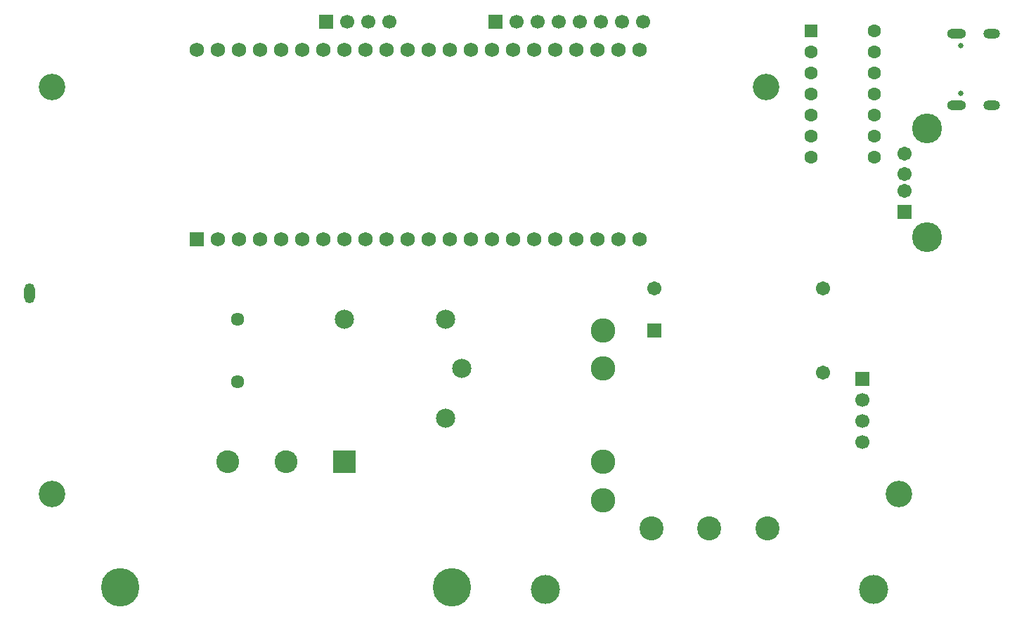
<source format=gbr>
%TF.GenerationSoftware,KiCad,Pcbnew,9.0.1*%
%TF.CreationDate,2025-10-25T19:21:56-04:00*%
%TF.ProjectId,Portal Box 5.1,506f7274-616c-4204-926f-7820352e312e,rev?*%
%TF.SameCoordinates,PX54c81a0PY7eef1e0*%
%TF.FileFunction,Soldermask,Bot*%
%TF.FilePolarity,Negative*%
%FSLAX46Y46*%
G04 Gerber Fmt 4.6, Leading zero omitted, Abs format (unit mm)*
G04 Created by KiCad (PCBNEW 9.0.1) date 2025-10-25 19:21:56*
%MOMM*%
%LPD*%
G01*
G04 APERTURE LIST*
G04 Aperture macros list*
%AMRoundRect*
0 Rectangle with rounded corners*
0 $1 Rounding radius*
0 $2 $3 $4 $5 $6 $7 $8 $9 X,Y pos of 4 corners*
0 Add a 4 corners polygon primitive as box body*
4,1,4,$2,$3,$4,$5,$6,$7,$8,$9,$2,$3,0*
0 Add four circle primitives for the rounded corners*
1,1,$1+$1,$2,$3*
1,1,$1+$1,$4,$5*
1,1,$1+$1,$6,$7*
1,1,$1+$1,$8,$9*
0 Add four rect primitives between the rounded corners*
20,1,$1+$1,$2,$3,$4,$5,0*
20,1,$1+$1,$4,$5,$6,$7,0*
20,1,$1+$1,$6,$7,$8,$9,0*
20,1,$1+$1,$8,$9,$2,$3,0*%
G04 Aperture macros list end*
%ADD10R,1.700000X1.700000*%
%ADD11C,1.700000*%
%ADD12RoundRect,0.102000X-1.275000X1.275000X-1.275000X-1.275000X1.275000X-1.275000X1.275000X1.275000X0*%
%ADD13C,2.754000*%
%ADD14C,4.620000*%
%ADD15C,2.949000*%
%ADD16RoundRect,0.102000X0.765000X-0.765000X0.765000X0.765000X-0.765000X0.765000X-0.765000X-0.765000X0*%
%ADD17C,1.734000*%
%ADD18C,3.500000*%
%ADD19C,2.904000*%
%ADD20C,3.200000*%
%ADD21C,1.612000*%
%ADD22C,0.650000*%
%ADD23O,2.304000X1.204000*%
%ADD24O,2.004000X1.204000*%
%ADD25RoundRect,0.102000X0.754000X-0.754000X0.754000X0.754000X-0.754000X0.754000X-0.754000X-0.754000X0*%
%ADD26C,1.712000*%
%ADD27C,3.600000*%
%ADD28C,2.304000*%
%ADD29RoundRect,0.102000X-0.754000X-0.754000X0.754000X-0.754000X0.754000X0.754000X-0.754000X0.754000X0*%
%ADD30RoundRect,0.250000X-0.550000X-0.550000X0.550000X-0.550000X0.550000X0.550000X-0.550000X0.550000X0*%
%ADD31C,1.600000*%
%ADD32O,1.304000X2.404000*%
G04 APERTURE END LIST*
D10*
%TO.C,J5*%
X57410000Y74475000D03*
D11*
X59950000Y74475000D03*
X62490000Y74475000D03*
X65030000Y74475000D03*
X67570000Y74475000D03*
X70110000Y74475000D03*
X72650000Y74475000D03*
X75190000Y74475000D03*
%TD*%
D12*
%TO.C,A2*%
X39150000Y21350000D03*
D13*
X25150000Y21350000D03*
X32150000Y21350000D03*
D14*
X52150000Y6250000D03*
X12150000Y6250000D03*
%TD*%
D15*
%TO.C,F1*%
X70300000Y16725000D03*
X70300000Y21350000D03*
X70300000Y32600000D03*
X70300000Y37225000D03*
%TD*%
D16*
%TO.C,U5*%
X21350000Y48190000D03*
D17*
X23890000Y48190000D03*
X26430000Y48190000D03*
X28970000Y48190000D03*
X31510000Y48190000D03*
X34050000Y48190000D03*
X36590000Y48190000D03*
X39130000Y48190000D03*
X41670000Y48190000D03*
X44210000Y48190000D03*
X46750000Y48190000D03*
X49290000Y48190000D03*
X51830000Y48190000D03*
X54370000Y48190000D03*
X56910000Y48190000D03*
X59450000Y48190000D03*
X61990000Y48190000D03*
X64530000Y48190000D03*
X67070000Y48190000D03*
X69610000Y48190000D03*
X72150000Y48190000D03*
X74690000Y48190000D03*
X21350000Y71050000D03*
X23890000Y71050000D03*
X26430000Y71050000D03*
X28970000Y71050000D03*
X31510000Y71050000D03*
X34050000Y71050000D03*
X36590000Y71050000D03*
X39130000Y71050000D03*
X41670000Y71050000D03*
X44210000Y71050000D03*
X46750000Y71050000D03*
X49290000Y71050000D03*
X51830000Y71050000D03*
X54370000Y71050000D03*
X56910000Y71050000D03*
X59450000Y71050000D03*
X61990000Y71050000D03*
X64530000Y71050000D03*
X67070000Y71050000D03*
X69610000Y71050000D03*
X72150000Y71050000D03*
X74690000Y71050000D03*
%TD*%
D18*
%TO.C,A1*%
X102900000Y6000000D03*
X63400000Y6000000D03*
D19*
X90150000Y13300000D03*
X83150000Y13300000D03*
X76150000Y13300000D03*
%TD*%
D10*
%TO.C,J6*%
X101600000Y31350000D03*
D11*
X101600000Y28810000D03*
X101600000Y26270000D03*
X101600000Y23730000D03*
%TD*%
D20*
%TO.C,H4*%
X3920000Y17460000D03*
%TD*%
D21*
%TO.C,BZ1*%
X26275000Y38600000D03*
X26275000Y31000000D03*
%TD*%
D20*
%TO.C,H3*%
X90000000Y66610000D03*
%TD*%
%TO.C,H2*%
X3920000Y66610000D03*
%TD*%
D10*
%TO.C,SW2*%
X36980000Y74450000D03*
D11*
X39520000Y74450000D03*
X42060000Y74450000D03*
X44600000Y74450000D03*
%TD*%
D22*
%TO.C,J2*%
X113432500Y65782500D03*
X113432500Y71562500D03*
D23*
X112932500Y64352500D03*
D24*
X117112500Y64352500D03*
D23*
X112932500Y72992500D03*
D24*
X117112500Y72992500D03*
%TD*%
D25*
%TO.C,J1*%
X106640000Y51550000D03*
D26*
X106640000Y54050000D03*
X106640000Y56050000D03*
X106640000Y58550000D03*
D27*
X109350000Y48480000D03*
X109350000Y61620000D03*
%TD*%
D28*
%TO.C,K1*%
X51350000Y26600000D03*
X51350000Y38600000D03*
X53350000Y32600000D03*
X39150000Y38600000D03*
%TD*%
D20*
%TO.C,H1*%
X105990000Y17460000D03*
%TD*%
D29*
%TO.C,PS1*%
X76477500Y37230000D03*
D26*
X76477500Y42310000D03*
X96797500Y32150000D03*
X96797500Y42310000D03*
%TD*%
D30*
%TO.C,J3*%
X95350000Y73400000D03*
D31*
X95350000Y70860000D03*
X95350000Y68320000D03*
X95350000Y65780000D03*
X95350000Y63240000D03*
X95350000Y60700000D03*
X95350000Y58160000D03*
X102970000Y58160000D03*
X102970000Y60700000D03*
X102970000Y63240000D03*
X102970000Y65780000D03*
X102970000Y68320000D03*
X102970000Y70860000D03*
X102970000Y73400000D03*
%TD*%
D32*
%TO.C,SW1*%
X1275000Y41700000D03*
%TD*%
M02*

</source>
